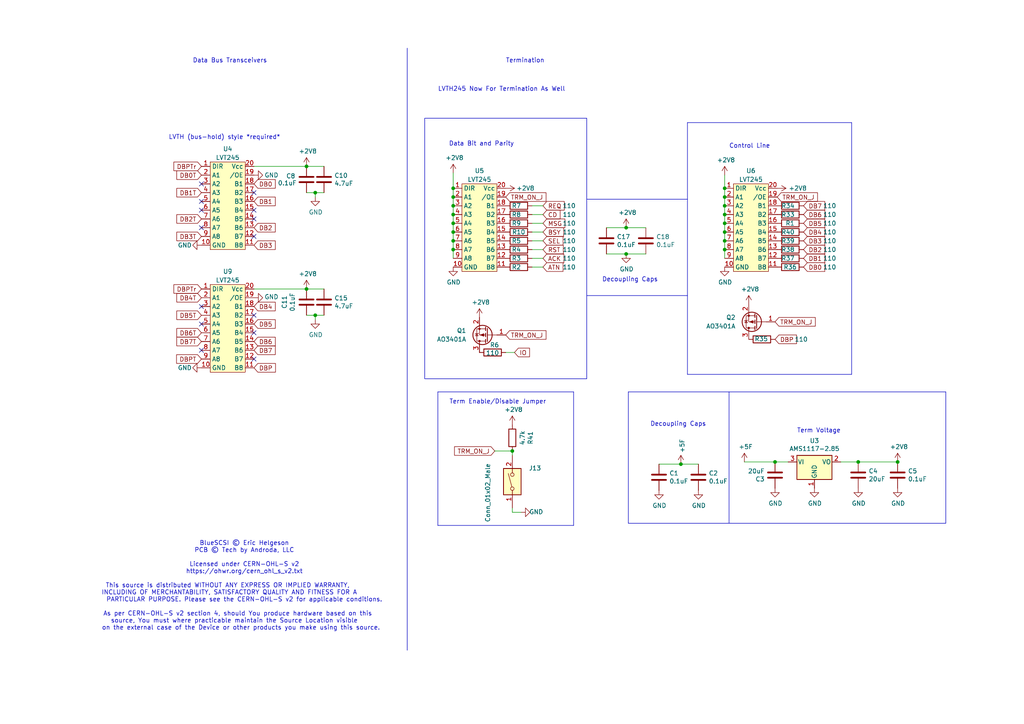
<source format=kicad_sch>
(kicad_sch (version 20231120) (generator "eeschema") (generator_version "8.0")
  (paper "A4")
  (title_block (title "BlueSCSI V2, Desktop 50 Pin, Top Connector, 2023.10a") (date "October 2023") (rev "1") (company "Tech by Androda, LLC"))
  (lib_symbols
    (symbol "Device:C" (pin_numbers hide) (pin_names (offset 0.254))
      (property "Reference" "C" (at 0.635 2.54 0))
      (property "Value" "C" (at 0.635 -2.54 0))
      (symbol "C_0_1"
        (polyline (pts (xy -2.032 -0.762) (xy 2.032 -0.762)) (stroke (width 0.508)))
        (polyline (pts (xy -2.032 0.762) (xy 2.032 0.762)) (stroke (width 0.508)))
      )
      (symbol "C_1_1"
        (pin passive line (at 0 3.81 270) (length 2.794) (name "~") (number "1"))
        (pin passive line (at 0 -3.81 90) (length 2.794) (name "~") (number "2"))
      )
    )
    (symbol "Device:R" (pin_numbers hide) (pin_names (offset 0))
      (property "Reference" "R" (at 2.032 0 90))
      (property "Value" "R" (at 0 0 90))
      (symbol "R_0_1"
        (rectangle (start -1.016 -2.54) (end 1.016 2.54) (stroke (width 0.254)))
      )
      (symbol "R_1_1"
        (pin passive line (at 0 3.81 270) (length 1.27) (name "~") (number "1"))
        (pin passive line (at 0 -3.81 90) (length 1.27) (name "~") (number "2"))
      )
    )
    (symbol "New_Library:LVT245"
      (property "Reference" "U" (at 0 0 0))
      (property "Value" "LVT245" (at 0 2.54 0))
      (symbol "LVT245_0_1"
        (rectangle (start 5.08 -2.54) (end -5.08 -27.94) (fill (type background)))
      )
      (symbol "LVT245_1_1"
        (pin input line (at -7.62 -3.81 0) (length 2.54) (name "DIR") (number "1"))
        (pin input line (at -7.62 -26.67 0) (length 2.54) (name "GND") (number "10"))
        (pin input line (at 7.62 -26.67 180) (length 2.54) (name "B8") (number "11"))
        (pin input line (at 7.62 -24.13 180) (length 2.54) (name "B7") (number "12"))
        (pin input line (at 7.62 -21.59 180) (length 2.54) (name "B6") (number "13"))
        (pin input line (at 7.62 -19.05 180) (length 2.54) (name "B5") (number "14"))
        (pin input line (at 7.62 -16.51 180) (length 2.54) (name "B4") (number "15"))
        (pin input line (at 7.62 -13.97 180) (length 2.54) (name "B3") (number "16"))
        (pin input line (at 7.62 -11.43 180) (length 2.54) (name "B2") (number "17"))
        (pin input line (at 7.62 -8.89 180) (length 2.54) (name "B1") (number "18"))
        (pin input line (at 7.62 -6.35 180) (length 2.54) (name "/OE") (number "19"))
        (pin input line (at -7.62 -6.35 0) (length 2.54) (name "A1") (number "2"))
        (pin input line (at 7.62 -3.81 180) (length 2.54) (name "Vcc") (number "20"))
        (pin input line (at -7.62 -8.89 0) (length 2.54) (name "A2") (number "3"))
        (pin input line (at -7.62 -11.43 0) (length 2.54) (name "A3") (number "4"))
        (pin input line (at -7.62 -13.97 0) (length 2.54) (name "A4") (number "5"))
        (pin input line (at -7.62 -16.51 0) (length 2.54) (name "A5") (number "6"))
        (pin input line (at -7.62 -19.05 0) (length 2.54) (name "A6") (number "7"))
        (pin input line (at -7.62 -21.59 0) (length 2.54) (name "A7") (number "8"))
        (pin input line (at -7.62 -24.13 0) (length 2.54) (name "A8") (number "9"))
      )
    )
    (symbol "Regulator_Linear:AMS1117CD-2.85" (pin_names (offset 0.254))
      (property "Reference" "U" (at -3.81 3.175 0))
      (property "Value" "AMS1117CD-2.85" (at 0 3.175 0))
      (symbol "AMS1117CD-2.85_0_1"
        (rectangle (start -5.08 -5.08) (end 5.08 1.905) (stroke (width 0.254)) (fill (type background)))
      )
      (symbol "AMS1117CD-2.85_1_1"
        (pin power_in line (at 0 -7.62 90) (length 2.54) (name "GND") (number "1"))
        (pin power_out line (at 7.62 0 180) (length 2.54) (name "VO") (number "2"))
        (pin power_in line (at -7.62 0 0) (length 2.54) (name "VI") (number "3"))
      )
    )
    (symbol "Switch:SW_DIP_x01" (pin_names (offset 0) hide)
      (property "Reference" "SW" (at 0 3.81 0))
      (property "Value" "SW_DIP_x01" (at 0 -3.81 0))
      (symbol "SW_DIP_x01_0_0"
        (circle (center -2.032 0) (radius 0.508))
        (polyline (pts (xy -1.524 0.127) (xy 2.3622 1.1684)))
        (circle (center 2.032 0) (radius 0.508))
      )
      (symbol "SW_DIP_x01_0_1"
        (rectangle (start -3.81 2.54) (end 3.81 -2.54) (stroke (width 0.254)) (fill (type background)))
      )
      (symbol "SW_DIP_x01_1_1"
        (pin passive line (at -7.62 0 0) (length 5.08) (name "~") (number "1"))
        (pin passive line (at 7.62 0 180) (length 5.08) (name "~") (number "2"))
      )
    )
    (symbol "Transistor_FET:AO3401A" (pin_names hide)
      (property "Reference" "Q" (at 5.08 1.905 0))
      (property "Value" "AO3401A" (at 5.08 0 0))
      (symbol "AO3401A_0_1"
        (polyline (pts (xy 0.254 0) (xy -2.54 0)))
        (polyline (pts (xy 0.254 1.905) (xy 0.254 -1.905)) (stroke (width 0.254)))
        (polyline (pts (xy 0.762 -1.27) (xy 0.762 -2.286)) (stroke (width 0.254)))
        (polyline (pts (xy 0.762 0.508) (xy 0.762 -0.508)) (stroke (width 0.254)))
        (polyline (pts (xy 0.762 2.286) (xy 0.762 1.27)) (stroke (width 0.254)))
        (polyline (pts (xy 2.54 2.54) (xy 2.54 1.778)))
        (polyline (pts (xy 2.54 -2.54) (xy 2.54 0) (xy 0.762 0)))
        (polyline (pts (xy 0.762 1.778) (xy 3.302 1.778) (xy 3.302 -1.778) (xy 0.762 -1.778)))
        (polyline (pts (xy 2.286 0) (xy 1.27 0.381) (xy 1.27 -0.381) (xy 2.286 0)) (fill (type outline)))
        (polyline (pts (xy 2.794 -0.508) (xy 2.921 -0.381) (xy 3.683 -0.381) (xy 3.81 -0.254)))
        (polyline (pts (xy 3.302 -0.381) (xy 2.921 0.254) (xy 3.683 0.254) (xy 3.302 -0.381)))
        (circle (center 1.651 0) (radius 2.794) (stroke (width 0.254)))
        (circle (center 2.54 -1.778) (radius 0.254) (fill (type outline)))
        (circle (center 2.54 1.778) (radius 0.254) (fill (type outline)))
      )
      (symbol "AO3401A_1_1"
        (pin input line (at -5.08 0 0) (length 2.54) (name "G") (number "1"))
        (pin passive line (at 2.54 -5.08 90) (length 2.54) (name "S") (number "2"))
        (pin passive line (at 2.54 5.08 270) (length 2.54) (name "D") (number "3"))
      )
    )
    (symbol "power:+2V8" (power) (pin_names (offset 0))
      (property "Value" "+2V8" (at 0 3.556 0))
      (symbol "+2V8_0_1"
        (polyline (pts (xy -0.762 1.27) (xy 0 2.54)))
        (polyline (pts (xy 0 0) (xy 0 2.54)))
        (polyline (pts (xy 0 2.54) (xy 0.762 1.27)))
      )
      (symbol "+2V8_1_1"
        (pin power_in line (at 0 0 90) (length 0) hide (name "+2V8") (number "1"))
      )
    )
    (symbol "power:+5F" (power) (pin_names (offset 0))
      (property "Value" "+5F" (at 0 3.556 0))
      (symbol "+5F_0_1"
        (polyline (pts (xy -0.762 1.27) (xy 0 2.54)))
        (polyline (pts (xy 0 0) (xy 0 2.54)))
        (polyline (pts (xy 0 2.54) (xy 0.762 1.27)))
      )
      (symbol "+5F_1_1"
        (pin power_in line (at 0 0 90) (length 0) hide (name "+5F") (number "1"))
      )
    )
    (symbol "power:GND" (power) (pin_names (offset 0))
      (property "Value" "GND" (at 0 -3.81 0))
      (symbol "GND_0_1"
        (polyline (pts (xy 0 0) (xy 0 -1.27) (xy 1.27 -1.27) (xy 0 -2.54) (xy -1.27 -1.27) (xy 0 -1.27)))
      )
      (symbol "GND_1_1"
        (pin power_in line (at 0 0 270) (length 0) hide (name "GND") (number "1"))
      )
    )
  )
  (junction (at 131.445 69.85))
  (junction (at 131.445 54.61))
  (junction (at 131.445 57.15))
  (junction (at 210.185 64.77))
  (junction (at 210.185 72.39))
  (junction (at 131.445 67.31))
  (junction (at 88.9 83.82))
  (junction (at 131.445 64.77))
  (junction (at 131.445 59.69))
  (junction (at 210.185 57.15))
  (junction (at 210.185 62.23))
  (junction (at 91.44 91.44))
  (junction (at 131.445 62.23))
  (junction (at 91.44 55.88))
  (junction (at 210.185 59.69))
  (junction (at 210.185 69.85))
  (junction (at 224.79 133.985))
  (junction (at 210.185 67.31))
  (junction (at 260.35 133.985))
  (junction (at 131.445 72.39))
  (junction (at 148.59 130.81))
  (junction (at 181.61 73.66))
  (junction (at 181.61 66.04))
  (junction (at 210.185 54.61))
  (junction (at 197.485 134.62))
  (junction (at 248.92 133.985))
  (junction (at 88.9 48.26))
  (no_connect (at 58.42 53.34))
  (no_connect (at 73.66 60.96))
  (no_connect (at 58.42 66.04))
  (no_connect (at 58.42 101.6))
  (no_connect (at 73.66 104.14))
  (no_connect (at 58.42 93.98))
  (no_connect (at 58.42 58.42))
  (no_connect (at 73.66 96.52))
  (no_connect (at 58.42 88.9))
  (no_connect (at 73.66 55.88))
  (no_connect (at 58.42 60.96))
  (no_connect (at 73.66 63.5))
  (no_connect (at 73.66 91.44))
  (no_connect (at 73.66 68.58))
  (wire (pts (xy 210.185 64.77) (xy 210.185 67.31)))
  (wire (pts (xy 197.485 134.62) (xy 202.565 134.62)))
  (wire (pts (xy 248.92 133.985) (xy 260.35 133.985)))
  (wire (pts (xy 175.895 73.66) (xy 181.61 73.66)))
  (wire (pts (xy 210.185 67.31) (xy 210.185 69.85)))
  (wire (pts (xy 91.44 91.44) (xy 91.44 92.71)))
  (polyline (pts (xy 170.18 85.725) (xy 199.39 85.725)))
  (wire (pts (xy 243.84 133.985) (xy 248.92 133.985)))
  (wire (pts (xy 210.185 50.8) (xy 210.185 54.61)))
  (wire (pts (xy 210.185 72.39) (xy 210.185 74.93)))
  (polyline (pts (xy 118.11 13.97) (xy 118.11 188.595)))
  (wire (pts (xy 73.66 48.26) (xy 88.9 48.26)))
  (polyline (pts (xy 123.19 34.29) (xy 170.18 34.29)))
  (wire (pts (xy 154.305 67.31) (xy 157.48 67.31)))
  (polyline (pts (xy 182.245 113.665) (xy 182.245 151.765)))
  (polyline (pts (xy 199.39 35.56) (xy 247.015 35.56)))
  (polyline (pts (xy 123.19 109.855) (xy 170.18 109.855)))
  (wire (pts (xy 154.305 72.39) (xy 157.48 72.39)))
  (wire (pts (xy 131.445 64.77) (xy 131.445 67.31)))
  (wire (pts (xy 73.66 83.82) (xy 88.9 83.82)))
  (wire (pts (xy 181.61 73.66) (xy 187.325 73.66)))
  (polyline (pts (xy 170.18 109.855) (xy 170.18 34.29)))
  (wire (pts (xy 154.305 59.69) (xy 157.48 59.69)))
  (wire (pts (xy 131.445 59.69) (xy 131.445 62.23)))
  (wire (pts (xy 88.9 48.26) (xy 93.98 48.26)))
  (wire (pts (xy 131.445 72.39) (xy 131.445 74.93)))
  (polyline (pts (xy 127 113.665) (xy 127 152.4)))
  (wire (pts (xy 154.305 62.23) (xy 157.48 62.23)))
  (wire (pts (xy 148.59 130.81) (xy 148.59 132.08)))
  (polyline (pts (xy 211.455 113.665) (xy 211.455 151.765)))
  (wire (pts (xy 154.305 64.77) (xy 157.48 64.77)))
  (wire (pts (xy 88.9 83.82) (xy 93.98 83.82)))
  (polyline (pts (xy 166.37 152.4) (xy 166.37 113.665)))
  (polyline (pts (xy 170.18 57.785) (xy 199.39 57.785)))
  (wire (pts (xy 91.44 55.88) (xy 91.44 57.15)))
  (wire (pts (xy 148.59 148.59) (xy 151.13 148.59)))
  (wire (pts (xy 210.185 62.23) (xy 210.185 64.77)))
  (wire (pts (xy 131.445 62.23) (xy 131.445 64.77)))
  (wire (pts (xy 131.445 50.165) (xy 131.445 54.61)))
  (wire (pts (xy 210.185 59.69) (xy 210.185 62.23)))
  (wire (pts (xy 210.185 54.61) (xy 210.185 57.15)))
  (polyline (pts (xy 247.015 108.585) (xy 247.015 35.56)))
  (polyline (pts (xy 182.245 113.665) (xy 274.32 113.665)))
  (wire (pts (xy 215.9 133.985) (xy 224.79 133.985)))
  (wire (pts (xy 175.895 66.04) (xy 181.61 66.04)))
  (wire (pts (xy 154.305 77.47) (xy 157.48 77.47)))
  (wire (pts (xy 91.44 55.88) (xy 93.98 55.88)))
  (wire (pts (xy 181.61 66.04) (xy 187.325 66.04)))
  (wire (pts (xy 149.225 102.235) (xy 146.685 102.235)))
  (polyline (pts (xy 274.32 113.665) (xy 274.32 151.765)))
  (wire (pts (xy 154.305 74.93) (xy 157.48 74.93)))
  (wire (pts (xy 131.445 69.85) (xy 131.445 72.39)))
  (polyline (pts (xy 199.39 108.585) (xy 247.015 108.585)))
  (polyline (pts (xy 123.19 34.29) (xy 123.19 109.855)))
  (wire (pts (xy 210.185 57.15) (xy 210.185 59.69)))
  (wire (pts (xy 143.51 130.81) (xy 148.59 130.81)))
  (wire (pts (xy 88.9 55.88) (xy 91.44 55.88)))
  (wire (pts (xy 131.445 54.61) (xy 131.445 57.15)))
  (wire (pts (xy 210.185 69.85) (xy 210.185 72.39)))
  (wire (pts (xy 191.135 134.62) (xy 197.485 134.62)))
  (wire (pts (xy 131.445 57.15) (xy 131.445 59.69)))
  (wire (pts (xy 224.79 133.985) (xy 228.6 133.985)))
  (wire (pts (xy 154.305 69.85) (xy 157.48 69.85)))
  (wire (pts (xy 131.445 67.31) (xy 131.445 69.85)))
  (wire (pts (xy 148.59 147.32) (xy 148.59 148.59)))
  (polyline (pts (xy 127 113.665) (xy 166.37 113.665)))
  (polyline (pts (xy 127 152.4) (xy 166.37 152.4)))
  (polyline (pts (xy 199.39 35.56) (xy 199.39 108.585)))
  (wire (pts (xy 91.44 91.44) (xy 93.98 91.44)))
  (wire (pts (xy 88.9 91.44) (xy 91.44 91.44)))
  (polyline (pts (xy 274.32 151.765) (xy 182.245 151.765)))
  (text "Data Bus Transceivers" (at 55.88 18.415 0) (effects (font (size 1.27 1.27)) (justify left bottom)))
  (text "Control Line" (at 211.455 43.18 0) (effects (font (size 1.27 1.27)) (justify left bottom)))
  (text "Decoupling Caps" (at 188.595 123.825 0) (effects (font (size 1.27 1.27)) (justify left bottom)))
  (text "Data Bit and Parity" (at 130.175 42.545 0) (effects (font (size 1.27 1.27)) (justify left bottom)))
  (text "Termination" (at 146.685 18.415 0) (effects (font (size 1.27 1.27)) (justify left bottom)))
  (text "Term Voltage" (at 231.14 125.73 0) (effects (font (size 1.27 1.27)) (justify left bottom)))
  (text "Term Enable/Disable Jumper" (at 130.302 117.348 0) (effects (font (size 1.27 1.27)) (justify left bottom)))
  (text "Decoupling Caps" (at 174.625 81.915 0) (effects (font (size 1.27 1.27)) (justify left bottom)))
  (text "LVTH245 Now For Termination As Well" (at 127 26.67 0) (effects (font (size 1.27 1.27)) (justify left bottom)))
  (text "LVTH (bus-hold) style *required*" (at 48.895 40.64 0) (effects (font (size 1.27 1.27)) (justify left bottom)))
  (text "BlueSCSI © Eric Helgeson\nPCB © Tech by Androda, LLC\n\nLicensed under CERN-OHL-S v2\nhttps://ohwr.org/cern_ohl_s_v2.txt\n\nThis source is distributed WITHOUT ANY EXPRESS OR IMPLIED WARRANTY,          \nINCLUDING OF MERCHANTABILITY, SATISFACTORY QUALITY AND FITNESS FOR A         \nPARTICULAR PURPOSE. Please see the CERN-OHL-S v2 for applicable conditions.\n\nAs per CERN-OHL-S v2 section 4, should You produce hardware based on this    \nsource, You must where practicable maintain the Source Location visible      \non the external case of the Device or other products you make using this source.  \n" (at 70.866 169.926 0) (effects (font (size 1.27 1.27))))
  (global_label "DB3T" (shape input) (at 58.42 68.58 180) (property "Intersheetrefs" "${INTERSHEET_REFS}" (effects (hide yes))))
  (global_label "TRM_ON_J" (shape input) (at 143.51 130.81 180) (property "Intersheetrefs" "${INTERSHEET_REFS}" (effects (hide yes))))
  (global_label "DB1" (shape input) (at 233.045 74.93 0) (property "Intersheetrefs" "${INTERSHEET_REFS}" (effects (hide yes))))
  (global_label "TRM_ON_J" (shape input) (at 225.425 57.15 0) (property "Intersheetrefs" "${INTERSHEET_REFS}" (effects (hide yes))))
  (global_label "DBPTr" (shape input) (at 58.42 83.82 180) (property "Intersheetrefs" "${INTERSHEET_REFS}" (effects (hide yes))))
  (global_label "DB7" (shape input) (at 73.66 101.6 0) (property "Intersheetrefs" "${INTERSHEET_REFS}" (effects (hide yes))))
  (global_label "DBPTr" (shape input) (at 58.42 48.26 180) (property "Intersheetrefs" "${INTERSHEET_REFS}" (effects (hide yes))))
  (global_label "DB5T" (shape input) (at 58.42 91.44 180) (property "Intersheetrefs" "${INTERSHEET_REFS}" (effects (hide yes))))
  (global_label "DB2" (shape input) (at 73.66 66.04 0) (property "Intersheetrefs" "${INTERSHEET_REFS}" (effects (hide yes))))
  (global_label "CD" (shape input) (at 157.48 62.23 0) (property "Intersheetrefs" "${INTERSHEET_REFS}" (effects (hide yes))))
  (global_label "TRM_ON_J" (shape input) (at 146.685 97.155 0) (property "Intersheetrefs" "${INTERSHEET_REFS}" (effects (hide yes))))
  (global_label "DBP" (shape input) (at 224.79 98.425 0) (property "Intersheetrefs" "${INTERSHEET_REFS}" (effects (hide yes))))
  (global_label "DB6T" (shape input) (at 58.42 96.52 180) (property "Intersheetrefs" "${INTERSHEET_REFS}" (effects (hide yes))))
  (global_label "DB7T" (shape input) (at 58.42 99.06 180) (property "Intersheetrefs" "${INTERSHEET_REFS}" (effects (hide yes))))
  (global_label "DB0T" (shape input) (at 58.42 50.8 180) (property "Intersheetrefs" "${INTERSHEET_REFS}" (effects (hide yes))))
  (global_label "DB0" (shape input) (at 73.66 53.34 0) (property "Intersheetrefs" "${INTERSHEET_REFS}" (effects (hide yes))))
  (global_label "DB7" (shape input) (at 233.045 59.69 0) (property "Intersheetrefs" "${INTERSHEET_REFS}" (effects (hide yes))))
  (global_label "ATN" (shape input) (at 157.48 77.47 0) (property "Intersheetrefs" "${INTERSHEET_REFS}" (effects (hide yes))))
  (global_label "RST" (shape input) (at 157.48 72.39 0) (property "Intersheetrefs" "${INTERSHEET_REFS}" (effects (hide yes))))
  (global_label "DB3" (shape input) (at 73.66 71.12 0) (property "Intersheetrefs" "${INTERSHEET_REFS}" (effects (hide yes))))
  (global_label "DB5" (shape input) (at 73.66 93.98 0) (property "Intersheetrefs" "${INTERSHEET_REFS}" (effects (hide yes))))
  (global_label "TRM_ON_J" (shape input) (at 224.79 93.345 0) (property "Intersheetrefs" "${INTERSHEET_REFS}" (effects (hide yes))))
  (global_label "ACK" (shape input) (at 157.48 74.93 0) (property "Intersheetrefs" "${INTERSHEET_REFS}" (effects (hide yes))))
  (global_label "DB2T" (shape input) (at 58.42 63.5 180) (property "Intersheetrefs" "${INTERSHEET_REFS}" (effects (hide yes))))
  (global_label "MSG" (shape input) (at 157.48 64.77 0) (property "Intersheetrefs" "${INTERSHEET_REFS}" (effects (hide yes))))
  (global_label "REQ" (shape input) (at 157.48 59.69 0) (property "Intersheetrefs" "${INTERSHEET_REFS}" (effects (hide yes))))
  (global_label "IO" (shape input) (at 149.225 102.235 0) (property "Intersheetrefs" "${INTERSHEET_REFS}" (effects (hide yes))))
  (global_label "DB5" (shape input) (at 233.045 64.77 0) (property "Intersheetrefs" "${INTERSHEET_REFS}" (effects (hide yes))))
  (global_label "DB0" (shape input) (at 233.045 77.47 0) (property "Intersheetrefs" "${INTERSHEET_REFS}" (effects (hide yes))))
  (global_label "DB1T" (shape input) (at 58.42 55.88 180) (property "Intersheetrefs" "${INTERSHEET_REFS}" (effects (hide yes))))
  (global_label "DB6" (shape input) (at 233.045 62.23 0) (property "Intersheetrefs" "${INTERSHEET_REFS}" (effects (hide yes))))
  (global_label "DB3" (shape input) (at 233.045 69.85 0) (property "Intersheetrefs" "${INTERSHEET_REFS}" (effects (hide yes))))
  (global_label "DBPT" (shape input) (at 58.42 104.14 180) (property "Intersheetrefs" "${INTERSHEET_REFS}" (effects (hide yes))))
  (global_label "TRM_ON_J" (shape input) (at 146.685 57.15 0) (property "Intersheetrefs" "${INTERSHEET_REFS}" (effects (hide yes))))
  (global_label "SEL" (shape input) (at 157.48 69.85 0) (property "Intersheetrefs" "${INTERSHEET_REFS}" (effects (hide yes))))
  (global_label "DB4" (shape input) (at 73.66 88.9 0) (property "Intersheetrefs" "${INTERSHEET_REFS}" (effects (hide yes))))
  (global_label "DB2" (shape input) (at 233.045 72.39 0) (property "Intersheetrefs" "${INTERSHEET_REFS}" (effects (hide yes))))
  (global_label "DB6" (shape input) (at 73.66 99.06 0) (property "Intersheetrefs" "${INTERSHEET_REFS}" (effects (hide yes))))
  (global_label "BSY" (shape input) (at 157.48 67.31 0) (property "Intersheetrefs" "${INTERSHEET_REFS}" (effects (hide yes))))
  (global_label "DB4T" (shape input) (at 58.42 86.36 180) (property "Intersheetrefs" "${INTERSHEET_REFS}" (effects (hide yes))))
  (global_label "DBP" (shape input) (at 73.66 106.68 0) (property "Intersheetrefs" "${INTERSHEET_REFS}" (effects (hide yes))))
  (global_label "DB4" (shape input) (at 233.045 67.31 0) (property "Intersheetrefs" "${INTERSHEET_REFS}" (effects (hide yes))))
  (global_label "DB1" (shape input) (at 73.66 58.42 0) (property "Intersheetrefs" "${INTERSHEET_REFS}" (effects (hide yes))))
  (symbol (lib_id "Device:C") (at 260.35 137.795 0) (unit 1)
    (property "Reference" "C5" (at 263.3472 136.6266 0) (effects (justify left)))
    (property "Value" "0.1uF" (at 263.3472 138.938 0) (effects (justify left)))
    (property "Footprint" "Capacitor_SMD:C_0402_1005Metric" (effects (hide yes)))
    (property "Description" "Unpolarized capacitor" (effects (hide yes)))
    (property "LCSC" "C1525" (effects (hide yes)))
  )
  (symbol (lib_id "power:GND") (at 151.13 148.59 90) (unit 1)
    (property "Reference" "#PWR04" (effects (hide yes)))
    (property "Value" "GND" (at 155.5242 148.463 90))
  )
  (symbol (lib_id "New_Library:LVT245") (at 217.805 50.8 0) (unit 1)
    (property "Reference" "U6" (at 217.805 49.53 0))
    (property "Value" "LVT245" (at 217.805 52.07 0))
    (property "Footprint" "Package_SO:TSSOP-20_4.4x6.5mm_P0.65mm" (effects (hide yes)))
    (property "LCSC" "C238954" (effects (hide yes)))
  )
  (symbol (lib_id "New_Library:LVT245") (at 139.065 50.8 0) (unit 1)
    (property "Reference" "U5" (at 139.065 49.53 0))
    (property "Value" "LVT245" (at 139.065 52.07 0))
    (property "Footprint" "Package_SO:TSSOP-20_4.4x6.5mm_P0.65mm" (effects (hide yes)))
    (property "LCSC" "C238954" (effects (hide yes)))
  )
  (symbol (lib_id "power:GND") (at 181.61 73.66 0) (unit 1)
    (property "Reference" "#PWR054" (effects (hide yes)))
    (property "Value" "GND" (at 181.737 78.0542 0))
  )
  (symbol (lib_id "power:+2V8") (at 225.425 54.61 270) (unit 1)
    (property "Reference" "#PWR0109" (effects (hide yes)))
    (property "Value" "+2V8" (at 231.394 54.61 90))
  )
  (symbol (lib_id "New_Library:LVT245") (at 66.04 44.45 0) (unit 1)
    (property "Reference" "U4" (at 66.04 43.18 0))
    (property "Value" "LVT245" (at 66.04 45.72 0))
    (property "Footprint" "Package_SO:TSSOP-20_4.4x6.5mm_P0.65mm" (effects (hide yes)))
    (property "LCSC" "C238954" (effects (hide yes)))
  )
  (symbol (lib_id "Device:C") (at 88.9 52.07 0) (unit 1)
    (property "Reference" "C8" (at 84.328 51.054 0))
    (property "Value" "0.1uF" (at 83.312 53.086 0))
    (property "Footprint" "Capacitor_SMD:C_0402_1005Metric" (effects (hide yes)))
    (property "LCSC" "C1525" (effects (hide yes)))
  )
  (symbol (lib_id "Device:C") (at 191.135 138.43 0) (unit 1)
    (property "Reference" "C1" (at 194.1322 137.2616 0) (effects (justify left)))
    (property "Value" "0.1uF" (at 194.1322 139.573 0) (effects (justify left)))
    (property "Footprint" "Capacitor_SMD:C_0402_1005Metric" (effects (hide yes)))
    (property "Description" "Unpolarized capacitor" (effects (hide yes)))
    (property "LCSC" "C1525" (effects (hide yes)))
  )
  (symbol (lib_id "Device:R") (at 229.235 69.85 90) (mirror x) (unit 1)
    (property "Reference" "R39" (at 230.505 69.85 90) (effects (justify left)))
    (property "Value" "110" (at 242.57 69.85 90) (effects (justify left)))
    (property "Footprint" "Resistor_SMD:R_0603_1608Metric" (effects (hide yes)))
    (property "LCSC" "C22781" (effects (hide yes)))
  )
  (symbol (lib_id "power:+2V8") (at 148.59 123.19 0) (unit 1)
    (property "Reference" "#PWR058" (effects (hide yes)))
    (property "Value" "+2V8" (at 148.971 118.7958 0))
  )
  (symbol (lib_id "Switch:SW_DIP_x01") (at 148.59 139.7 90) (unit 1)
    (property "Reference" "J13" (at 153.3652 135.7884 90) (effects (justify right)))
    (property "Value" "Conn_01x02_Male" (at 141.478 134.366 0) (effects (justify right)))
    (property "Footprint" "Button_Switch_THT:SW_DIP_SPSTx01_Slide_6.7x4.1mm_W7.62mm_P2.54mm_LowProfile" (effects (hide yes)))
    (property "LCSC" "C160332" (effects (hide yes)))
  )
  (symbol (lib_id "power:+5F") (at 197.485 134.62 0) (unit 1)
    (property "Reference" "#PWR0116" (effects (hide yes)))
    (property "Value" "+5F" (at 197.866 131.3688 90) (effects (justify left)))
  )
  (symbol (lib_id "Regulator_Linear:AMS1117CD-2.85") (at 236.22 133.985 0) (unit 1)
    (property "Reference" "U3" (at 236.22 127.8382 0))
    (property "Value" "AMS1117-2.85" (at 236.22 130.1496 0))
    (property "Footprint" "Package_TO_SOT_SMD:SOT-223-3_TabPin2" (effects (hide yes)))
    (property "Datasheet" "http://www.advanced-monolithic.com/pdf/ds1117.pdf" (effects (hide yes)))
    (property "LCSC" "C14791" (effects (hide yes)))
  )
  (symbol (lib_id "power:GND") (at 191.135 142.24 0) (unit 1)
    (property "Reference" "#PWR03" (effects (hide yes)))
    (property "Value" "GND" (at 191.262 146.6342 0))
  )
  (symbol (lib_id "Transistor_FET:AO3401A") (at 141.605 97.155 180) (unit 1)
    (property "Reference" "Q1" (at 135.255 95.8849 0) (effects (justify left)))
    (property "Value" "AO3401A" (at 135.255 98.4249 0) (effects (justify left)))
    (property "Footprint" "Package_TO_SOT_SMD:SOT-23" (effects (hide yes)))
    (property "Datasheet" "http://www.aosmd.com/pdfs/datasheet/AO3401A.pdf" (effects (hide yes)))
    (property "LCSC" "C15127" (effects (hide yes)))
  )
  (symbol (lib_id "power:GND") (at 58.42 106.68 270) (unit 1)
    (property "Reference" "#PWR011" (effects (hide yes)))
    (property "Value" "GND" (at 53.594 106.68 90))
  )
  (symbol (lib_id "power:GND") (at 224.79 141.605 0) (unit 1)
    (property "Reference" "#PWR07" (effects (hide yes)))
    (property "Value" "GND" (at 224.917 145.9992 0))
  )
  (symbol (lib_id "power:GND") (at 91.44 57.15 0) (unit 1)
    (property "Reference" "#PWR010" (effects (hide yes)))
    (property "Value" "GND" (at 91.567 61.5442 0))
  )
  (symbol (lib_id "Device:C") (at 224.79 137.795 0) (unit 1)
    (property "Reference" "C3" (at 221.7928 138.9634 0) (effects (justify right)))
    (property "Value" "20uF" (at 221.7928 136.652 0) (effects (justify right)))
    (property "Footprint" "Capacitor_SMD:C_0805_2012Metric" (effects (hide yes)))
    (property "Description" "Unpolarized capacitor" (effects (hide yes)))
    (property "LCSC" "C45783" (effects (hide yes)))
  )
  (symbol (lib_id "power:GND") (at 248.92 141.605 0) (unit 1)
    (property "Reference" "#PWR013" (effects (hide yes)))
    (property "Value" "GND" (at 249.047 145.9992 0))
  )
  (symbol (lib_id "Device:R") (at 229.235 59.69 90) (unit 1)
    (property "Reference" "R34" (at 230.505 59.69 90) (effects (justify left)))
    (property "Value" "110" (at 242.57 59.69 90) (effects (justify left)))
    (property "Footprint" "Resistor_SMD:R_0603_1608Metric" (effects (hide yes)))
    (property "LCSC" "C22781" (effects (hide yes)))
  )
  (symbol (lib_id "Device:R") (at 150.495 77.47 90) (unit 1)
    (property "Reference" "R2" (at 151.13 77.47 90) (effects (justify left)))
    (property "Value" "110" (at 167.005 77.47 90) (effects (justify left)))
    (property "Footprint" "Resistor_SMD:R_0603_1608Metric" (effects (hide yes)))
    (property "LCSC" "C22781" (effects (hide yes)))
  )
  (symbol (lib_id "Device:R") (at 150.495 69.85 90) (mirror x) (unit 1)
    (property "Reference" "R5" (at 151.13 69.85 90) (effects (justify left)))
    (property "Value" "110" (at 167.005 69.85 90) (effects (justify left)))
    (property "Footprint" "Resistor_SMD:R_0603_1608Metric" (effects (hide yes)))
    (property "LCSC" "C22781" (effects (hide yes)))
  )
  (symbol (lib_id "power:GND") (at 236.22 141.605 0) (unit 1)
    (property "Reference" "#PWR012" (effects (hide yes)))
    (property "Value" "GND" (at 236.347 145.9992 0))
  )
  (symbol (lib_id "power:+5F") (at 215.9 133.985 0) (unit 1)
    (property "Reference" "#PWR06" (effects (hide yes)))
    (property "Value" "+5F" (at 216.281 129.5908 0))
  )
  (symbol (lib_id "Device:C") (at 202.565 138.43 0) (unit 1)
    (property "Reference" "C2" (at 205.5622 137.2616 0) (effects (justify left)))
    (property "Value" "0.1uF" (at 205.5622 139.573 0) (effects (justify left)))
    (property "Footprint" "Capacitor_SMD:C_0402_1005Metric" (effects (hide yes)))
    (property "Description" "Unpolarized capacitor" (effects (hide yes)))
    (property "LCSC" "C1525" (effects (hide yes)))
  )
  (symbol (lib_id "power:GND") (at 91.44 92.71 0) (unit 1)
    (property "Reference" "#PWR022" (effects (hide yes)))
    (property "Value" "GND" (at 91.567 97.1042 0))
  )
  (symbol (lib_id "Device:R") (at 148.59 127 180) (unit 1)
    (property "Reference" "R41" (at 153.8478 127 90))
    (property "Value" "4.7k" (at 151.5364 127 90))
    (property "Footprint" "Resistor_SMD:R_0603_1608Metric" (effects (hide yes)))
    (property "LCSC" "C23162" (effects (hide yes)))
  )
  (symbol (lib_id "power:GND") (at 131.445 77.47 0) (unit 1)
    (property "Reference" "#PWR028" (effects (hide yes)))
    (property "Value" "GND" (at 131.572 81.8642 0))
  )
  (symbol (lib_id "power:+2V8") (at 139.065 92.075 0) (unit 1)
    (property "Reference" "#PWR031" (effects (hide yes)))
    (property "Value" "+2V8" (at 139.446 87.6808 0))
  )
  (symbol (lib_id "power:+2V8") (at 131.445 50.165 0) (unit 1)
    (property "Reference" "#PWR024" (effects (hide yes)))
    (property "Value" "+2V8" (at 131.826 45.7708 0))
  )
  (symbol (lib_id "Device:C") (at 93.98 52.07 0) (unit 1)
    (property "Reference" "C10" (at 96.9772 50.9016 0) (effects (justify left)))
    (property "Value" "4.7uF" (at 96.9772 53.213 0) (effects (justify left)))
    (property "Footprint" "Capacitor_SMD:C_0805_2012Metric" (effects (hide yes)))
    (property "Description" "Unpolarized capacitor" (effects (hide yes)))
    (property "LCSC" "C1779" (effects (hide yes)))
  )
  (symbol (lib_id "Device:R") (at 150.495 74.93 90) (unit 1)
    (property "Reference" "R3" (at 151.13 74.93 90) (effects (justify left)))
    (property "Value" "110" (at 167.005 74.93 90) (effects (justify left)))
    (property "Footprint" "Resistor_SMD:R_0603_1608Metric" (effects (hide yes)))
    (property "LCSC" "C22781" (effects (hide yes)))
  )
  (symbol (lib_id "power:GND") (at 210.185 77.47 0) (unit 1)
    (property "Reference" "#PWR034" (effects (hide yes)))
    (property "Value" "GND" (at 210.312 81.8642 0))
  )
  (symbol (lib_id "power:+2V8") (at 88.9 83.82 0) (unit 1)
    (property "Reference" "#PWR021" (effects (hide yes)))
    (property "Value" "+2V8" (at 89.281 79.4258 0))
  )
  (symbol (lib_id "Device:R") (at 229.235 62.23 90) (unit 1)
    (property "Reference" "R33" (at 230.505 62.23 90) (effects (justify left)))
    (property "Value" "110" (at 242.57 62.23 90) (effects (justify left)))
    (property "Footprint" "Resistor_SMD:R_0603_1608Metric" (effects (hide yes)))
    (property "LCSC" "C22781" (effects (hide yes)))
  )
  (symbol (lib_id "power:+2V8") (at 210.185 50.8 0) (unit 1)
    (property "Reference" "#PWR033" (effects (hide yes)))
    (property "Value" "+2V8" (at 210.566 46.4058 0))
  )
  (symbol (lib_id "Device:C") (at 175.895 69.85 0) (unit 1)
    (property "Reference" "C17" (at 178.8922 68.6816 0) (effects (justify left)))
    (property "Value" "0.1uF" (at 178.8922 70.993 0) (effects (justify left)))
    (property "Footprint" "Capacitor_SMD:C_0402_1005Metric" (effects (hide yes)))
    (property "Description" "Unpolarized capacitor" (effects (hide yes)))
    (property "LCSC" "C1525" (effects (hide yes)))
  )
  (symbol (lib_id "Transistor_FET:AO3401A") (at 219.71 93.345 180) (unit 1)
    (property "Reference" "Q2" (at 213.36 92.0749 0) (effects (justify left)))
    (property "Value" "AO3401A" (at 213.36 94.6149 0) (effects (justify left)))
    (property "Footprint" "Package_TO_SOT_SMD:SOT-23" (effects (hide yes)))
    (property "Datasheet" "http://www.aosmd.com/pdfs/datasheet/AO3401A.pdf" (effects (hide yes)))
    (property "LCSC" "C15127" (effects (hide yes)))
  )
  (symbol (lib_id "power:+2V8") (at 217.17 88.265 0) (unit 1)
    (property "Reference" "#PWR039" (effects (hide yes)))
    (property "Value" "+2V8" (at 217.551 83.8708 0))
  )
  (symbol (lib_id "Device:R") (at 142.875 102.235 90) (unit 1)
    (property "Reference" "R6" (at 144.78 100.076 90) (effects (justify left)))
    (property "Value" "110" (at 144.78 102.362 90) (effects (justify left)))
    (property "Footprint" "Resistor_SMD:R_0603_1608Metric" (effects (hide yes)))
    (property "LCSC" "C22781" (effects (hide yes)))
  )
  (symbol (lib_id "Device:C") (at 187.325 69.85 0) (unit 1)
    (property "Reference" "C18" (at 190.3222 68.6816 0) (effects (justify left)))
    (property "Value" "0.1uF" (at 190.3222 70.993 0) (effects (justify left)))
    (property "Footprint" "Capacitor_SMD:C_0402_1005Metric" (effects (hide yes)))
    (property "Description" "Unpolarized capacitor" (effects (hide yes)))
    (property "LCSC" "C1525" (effects (hide yes)))
  )
  (symbol (lib_id "Device:R") (at 229.235 72.39 90) (mirror x) (unit 1)
    (property "Reference" "R38" (at 230.505 72.39 90) (effects (justify left)))
    (property "Value" "110" (at 242.57 72.39 90) (effects (justify left)))
    (property "Footprint" "Resistor_SMD:R_0603_1608Metric" (effects (hide yes)))
    (property "LCSC" "C22781" (effects (hide yes)))
  )
  (symbol (lib_id "Device:R") (at 150.495 64.77 90) (unit 1)
    (property "Reference" "R9" (at 151.13 64.77 90) (effects (justify left)))
    (property "Value" "110" (at 167.005 64.77 90) (effects (justify left)))
    (property "Footprint" "Resistor_SMD:R_0603_1608Metric" (effects (hide yes)))
    (property "LCSC" "C22781" (effects (hide yes)))
  )
  (symbol (lib_id "power:GND") (at 202.565 142.24 0) (unit 1)
    (property "Reference" "#PWR05" (effects (hide yes)))
    (property "Value" "GND" (at 202.692 146.6342 0))
  )
  (symbol (lib_id "power:+2V8") (at 260.35 133.985 0) (unit 1)
    (property "Reference" "#PWR015" (effects (hide yes)))
    (property "Value" "+2V8" (at 260.731 129.5908 0))
  )
  (symbol (lib_id "Device:R") (at 150.495 59.69 90) (unit 1)
    (property "Reference" "R7" (at 151.13 59.69 90) (effects (justify left)))
    (property "Value" "110" (at 167.005 59.69 90) (effects (justify left)))
    (property "Footprint" "Resistor_SMD:R_0603_1608Metric" (effects (hide yes)))
    (property "LCSC" "C22781" (effects (hide yes)))
  )
  (symbol (lib_id "power:GND") (at 260.35 141.605 0) (unit 1)
    (property "Reference" "#PWR016" (effects (hide yes)))
    (property "Value" "GND" (at 260.477 145.9992 0))
  )
  (symbol (lib_id "power:GND") (at 73.66 86.36 90) (unit 1)
    (property "Reference" "#PWR020" (effects (hide yes)))
    (property "Value" "GND" (at 78.74 86.106 90))
  )
  (symbol (lib_id "Device:R") (at 220.98 98.425 90) (unit 1)
    (property "Reference" "R35" (at 222.758 98.298 90) (effects (justify left)))
    (property "Value" "110" (at 234.315 98.425 90) (effects (justify left)))
    (property "Footprint" "Resistor_SMD:R_0603_1608Metric" (effects (hide yes)))
    (property "LCSC" "C22781" (effects (hide yes)))
  )
  (symbol (lib_id "Device:R") (at 150.495 62.23 90) (unit 1)
    (property "Reference" "R8" (at 151.13 62.23 90) (effects (justify left)))
    (property "Value" "110" (at 167.005 62.23 90) (effects (justify left)))
    (property "Footprint" "Resistor_SMD:R_0603_1608Metric" (effects (hide yes)))
    (property "LCSC" "C22781" (effects (hide yes)))
  )
  (symbol (lib_id "Device:C") (at 93.98 87.63 0) (unit 1)
    (property "Reference" "C15" (at 96.9772 86.4616 0) (effects (justify left)))
    (property "Value" "4.7uF" (at 96.9772 88.773 0) (effects (justify left)))
    (property "Footprint" "Capacitor_SMD:C_0805_2012Metric" (effects (hide yes)))
    (property "Description" "Unpolarized capacitor" (effects (hide yes)))
    (property "LCSC" "C1779" (effects (hide yes)))
  )
  (symbol (lib_id "Device:C") (at 88.9 87.63 0) (unit 1)
    (property "Reference" "C11" (at 82.4992 87.63 90))
    (property "Value" "0.1uF" (at 84.8106 87.63 90))
    (property "Footprint" "Capacitor_SMD:C_0402_1005Metric" (effects (hide yes)))
    (property "LCSC" "C1525" (effects (hide yes)))
  )
  (symbol (lib_id "Device:R") (at 229.235 74.93 90) (mirror x) (unit 1)
    (property "Reference" "R37" (at 230.505 74.93 90) (effects (justify left)))
    (property "Value" "110" (at 242.57 74.93 90) (effects (justify left)))
    (property "Footprint" "Resistor_SMD:R_0603_1608Metric" (effects (hide yes)))
    (property "LCSC" "C22781" (effects (hide yes)))
  )
  (symbol (lib_id "Device:R") (at 229.235 77.47 90) (mirror x) (unit 1)
    (property "Reference" "R36" (at 231.14 77.47 90) (effects (justify left)))
    (property "Value" "110" (at 242.57 77.47 90) (effects (justify left)))
    (property "Footprint" "Resistor_SMD:R_0603_1608Metric" (effects (hide yes)))
    (property "LCSC" "C22781" (effects (hide yes)))
  )
  (symbol (lib_id "New_Library:LVT245") (at 66.04 80.01 0) (unit 1)
    (property "Reference" "U9" (at 66.04 78.74 0))
    (property "Value" "LVT245" (at 66.04 81.28 0))
    (property "Footprint" "Package_SO:TSSOP-20_4.4x6.5mm_P0.65mm" (effects (hide yes)))
    (property "LCSC" "C238954" (effects (hide yes)))
  )
  (symbol (lib_id "power:GND") (at 73.66 50.8 90) (unit 1)
    (property "Reference" "#PWR08" (effects (hide yes)))
    (property "Value" "GND" (at 78.74 50.8 90))
  )
  (symbol (lib_id "power:+2V8") (at 146.685 54.61 270) (unit 1)
    (property "Reference" "#PWR0110" (effects (hide yes)))
    (property "Value" "+2V8" (at 152.4 54.61 90))
  )
  (symbol (lib_id "power:+2V8") (at 181.61 66.04 0) (unit 1)
    (property "Reference" "#PWR053" (effects (hide yes)))
    (property "Value" "+2V8" (at 181.991 61.6458 0))
  )
  (symbol (lib_id "Device:R") (at 229.235 67.31 90) (unit 1)
    (property "Reference" "R40" (at 230.505 67.31 90) (effects (justify left)))
    (property "Value" "110" (at 242.57 67.31 90) (effects (justify left)))
    (property "Footprint" "Resistor_SMD:R_0603_1608Metric" (effects (hide yes)))
    (property "LCSC" "C22781" (effects (hide yes)))
  )
  (symbol (lib_id "Device:R") (at 229.235 64.77 90) (unit 1)
    (property "Reference" "R1" (at 230.505 64.77 90) (effects (justify left)))
    (property "Value" "110" (at 242.57 64.77 90) (effects (justify left)))
    (property "Footprint" "Resistor_SMD:R_0603_1608Metric" (effects (hide yes)))
    (property "LCSC" "C22781" (effects (hide yes)))
  )
  (symbol (lib_id "Device:C") (at 248.92 137.795 0) (unit 1)
    (property "Reference" "C4" (at 251.9172 136.6266 0) (effects (justify left)))
    (property "Value" "20uF" (at 251.9172 138.938 0) (effects (justify left)))
    (property "Footprint" "Capacitor_SMD:C_0805_2012Metric" (effects (hide yes)))
    (property "Description" "Unpolarized capacitor" (effects (hide yes)))
    (property "LCSC" "C45783" (effects (hide yes)))
  )
  (symbol (lib_id "Device:R") (at 150.495 67.31 90) (unit 1)
    (property "Reference" "R10" (at 152.4 67.31 90) (effects (justify left)))
    (property "Value" "110" (at 167.005 67.31 90) (effects (justify left)))
    (property "Footprint" "Resistor_SMD:R_0603_1608Metric" (effects (hide yes)))
    (property "LCSC" "C22781" (effects (hide yes)))
  )
  (symbol (lib_id "Device:R") (at 150.495 72.39 90) (mirror x) (unit 1)
    (property "Reference" "R4" (at 151.13 72.39 90) (effects (justify left)))
    (property "Value" "110" (at 167.005 72.39 90) (effects (justify left)))
    (property "Footprint" "Resistor_SMD:R_0603_1608Metric" (effects (hide yes)))
    (property "LCSC" "C22781" (effects (hide yes)))
  )
  (symbol (lib_id "power:+2V8") (at 88.9 48.26 0) (unit 1)
    (property "Reference" "#PWR09" (effects (hide yes)))
    (property "Value" "+2V8" (at 89.281 43.8658 0))
  )
  (symbol (lib_id "power:GND") (at 58.42 71.12 270) (unit 1)
    (property "Reference" "#PWR02" (effects (hide yes)))
    (property "Value" "GND" (at 53.594 71.12 90))
  )
)
</source>
